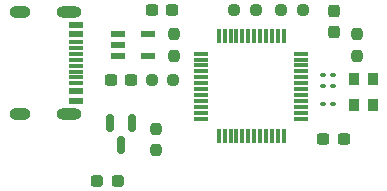
<source format=gbr>
%TF.GenerationSoftware,KiCad,Pcbnew,(6.0.7)*%
%TF.CreationDate,2022-09-26T20:50:42-04:00*%
%TF.ProjectId,STM32G4_USB_PD,53544d33-3247-4345-9f55-53425f50442e,rev?*%
%TF.SameCoordinates,Original*%
%TF.FileFunction,Paste,Top*%
%TF.FilePolarity,Positive*%
%FSLAX46Y46*%
G04 Gerber Fmt 4.6, Leading zero omitted, Abs format (unit mm)*
G04 Created by KiCad (PCBNEW (6.0.7)) date 2022-09-26 20:50:42*
%MOMM*%
%LPD*%
G01*
G04 APERTURE LIST*
G04 Aperture macros list*
%AMRoundRect*
0 Rectangle with rounded corners*
0 $1 Rounding radius*
0 $2 $3 $4 $5 $6 $7 $8 $9 X,Y pos of 4 corners*
0 Add a 4 corners polygon primitive as box body*
4,1,4,$2,$3,$4,$5,$6,$7,$8,$9,$2,$3,0*
0 Add four circle primitives for the rounded corners*
1,1,$1+$1,$2,$3*
1,1,$1+$1,$4,$5*
1,1,$1+$1,$6,$7*
1,1,$1+$1,$8,$9*
0 Add four rect primitives between the rounded corners*
20,1,$1+$1,$2,$3,$4,$5,0*
20,1,$1+$1,$4,$5,$6,$7,0*
20,1,$1+$1,$6,$7,$8,$9,0*
20,1,$1+$1,$8,$9,$2,$3,0*%
G04 Aperture macros list end*
%ADD10RoundRect,0.237500X-0.237500X0.250000X-0.237500X-0.250000X0.237500X-0.250000X0.237500X0.250000X0*%
%ADD11RoundRect,0.090000X-0.139000X-0.090000X0.139000X-0.090000X0.139000X0.090000X-0.139000X0.090000X0*%
%ADD12RoundRect,0.237500X-0.250000X-0.237500X0.250000X-0.237500X0.250000X0.237500X-0.250000X0.237500X0*%
%ADD13R,0.889000X1.016000*%
%ADD14O,1.803400X0.990600*%
%ADD15O,2.108200X0.990600*%
%ADD16R,1.143000X0.584200*%
%ADD17R,1.143000X0.304800*%
%ADD18RoundRect,0.237500X-0.287500X-0.237500X0.287500X-0.237500X0.287500X0.237500X-0.287500X0.237500X0*%
%ADD19R,1.200000X0.600000*%
%ADD20RoundRect,0.237500X-0.300000X-0.237500X0.300000X-0.237500X0.300000X0.237500X-0.300000X0.237500X0*%
%ADD21RoundRect,0.237500X0.237500X-0.287500X0.237500X0.287500X-0.237500X0.287500X-0.237500X-0.287500X0*%
%ADD22R,0.304800X1.193800*%
%ADD23R,1.193800X0.304800*%
%ADD24RoundRect,0.237500X0.250000X0.237500X-0.250000X0.237500X-0.250000X-0.237500X0.250000X-0.237500X0*%
%ADD25RoundRect,0.237500X0.300000X0.237500X-0.300000X0.237500X-0.300000X-0.237500X0.300000X-0.237500X0*%
%ADD26RoundRect,0.150000X-0.150000X0.587500X-0.150000X-0.587500X0.150000X-0.587500X0.150000X0.587500X0*%
G04 APERTURE END LIST*
D10*
%TO.C,R3*%
X102000000Y-71587500D03*
X102000000Y-73412500D03*
%TD*%
D11*
%TO.C,C6*%
X115432500Y-75000000D03*
X114567500Y-75000000D03*
%TD*%
D12*
%TO.C,R1*%
X107087500Y-69500000D03*
X108912500Y-69500000D03*
%TD*%
D11*
%TO.C,C3*%
X114567500Y-76000000D03*
X115432500Y-76000000D03*
%TD*%
D13*
%TO.C,XTAL1*%
X118800100Y-77604900D03*
X118800100Y-75395100D03*
X117199900Y-75395100D03*
X117199900Y-77604900D03*
%TD*%
D14*
%TO.C,J1*%
X88940200Y-69679998D03*
X88940200Y-78320002D03*
D15*
X93120200Y-69679998D03*
X93120200Y-78320002D03*
D16*
X93695200Y-70800000D03*
X93695200Y-71599999D03*
D17*
X93695200Y-72750000D03*
X93695200Y-73750000D03*
X93695200Y-74250000D03*
X93695200Y-75250000D03*
D16*
X93695200Y-77200000D03*
X93695200Y-76400001D03*
D17*
X93695200Y-75749999D03*
X93695200Y-74750001D03*
X93695200Y-73249999D03*
X93695200Y-72250001D03*
%TD*%
D18*
%TO.C,D1*%
X95500000Y-84000000D03*
X97250000Y-84000000D03*
%TD*%
D19*
%TO.C,U2*%
X97250000Y-71550000D03*
X97250000Y-72500000D03*
X97250000Y-73450000D03*
X99750000Y-73450000D03*
X99750000Y-71550000D03*
%TD*%
D20*
%TO.C,C4*%
X96637500Y-75500000D03*
X98362500Y-75500000D03*
%TD*%
D21*
%TO.C,D2*%
X115500000Y-71375000D03*
X115500000Y-69625000D03*
%TD*%
D11*
%TO.C,C2*%
X115432500Y-77500000D03*
X114567500Y-77500000D03*
%TD*%
D12*
%TO.C,R2*%
X111087500Y-69500000D03*
X112912500Y-69500000D03*
%TD*%
D22*
%TO.C,U1*%
X111273800Y-80234199D03*
X110773801Y-80234199D03*
X110273799Y-80234199D03*
X109773800Y-80234199D03*
X109273801Y-80234199D03*
X108773800Y-80234199D03*
X108273800Y-80234199D03*
X107773799Y-80234199D03*
X107273800Y-80234199D03*
X106773801Y-80234199D03*
X106273799Y-80234199D03*
X105773800Y-80234199D03*
D23*
X104273801Y-78734200D03*
X104273801Y-78234201D03*
X104273801Y-77734199D03*
X104273801Y-77234200D03*
X104273801Y-76734201D03*
X104273801Y-76234200D03*
X104273801Y-75734200D03*
X104273801Y-75234199D03*
X104273801Y-74734200D03*
X104273801Y-74234201D03*
X104273801Y-73734199D03*
X104273801Y-73234200D03*
D22*
X105773800Y-71734201D03*
X106273799Y-71734201D03*
X106773801Y-71734201D03*
X107273800Y-71734201D03*
X107773799Y-71734201D03*
X108273800Y-71734201D03*
X108773800Y-71734201D03*
X109273801Y-71734201D03*
X109773800Y-71734201D03*
X110273799Y-71734201D03*
X110773801Y-71734201D03*
X111273800Y-71734201D03*
D23*
X112773799Y-73234200D03*
X112773799Y-73734199D03*
X112773799Y-74234201D03*
X112773799Y-74734200D03*
X112773799Y-75234199D03*
X112773799Y-75734200D03*
X112773799Y-76234200D03*
X112773799Y-76734201D03*
X112773799Y-77234200D03*
X112773799Y-77734199D03*
X112773799Y-78234201D03*
X112773799Y-78734200D03*
%TD*%
D24*
%TO.C,R4*%
X101912500Y-75500000D03*
X100087500Y-75500000D03*
%TD*%
D20*
%TO.C,C1*%
X114637500Y-80500000D03*
X116362500Y-80500000D03*
%TD*%
D25*
%TO.C,C5*%
X101862500Y-69500000D03*
X100137500Y-69500000D03*
%TD*%
D10*
%TO.C,R5*%
X100500000Y-79587500D03*
X100500000Y-81412500D03*
%TD*%
D26*
%TO.C,Q1*%
X98450000Y-79062500D03*
X96550000Y-79062500D03*
X97500000Y-80937500D03*
%TD*%
D10*
%TO.C,R6*%
X117500000Y-71587500D03*
X117500000Y-73412500D03*
%TD*%
M02*

</source>
